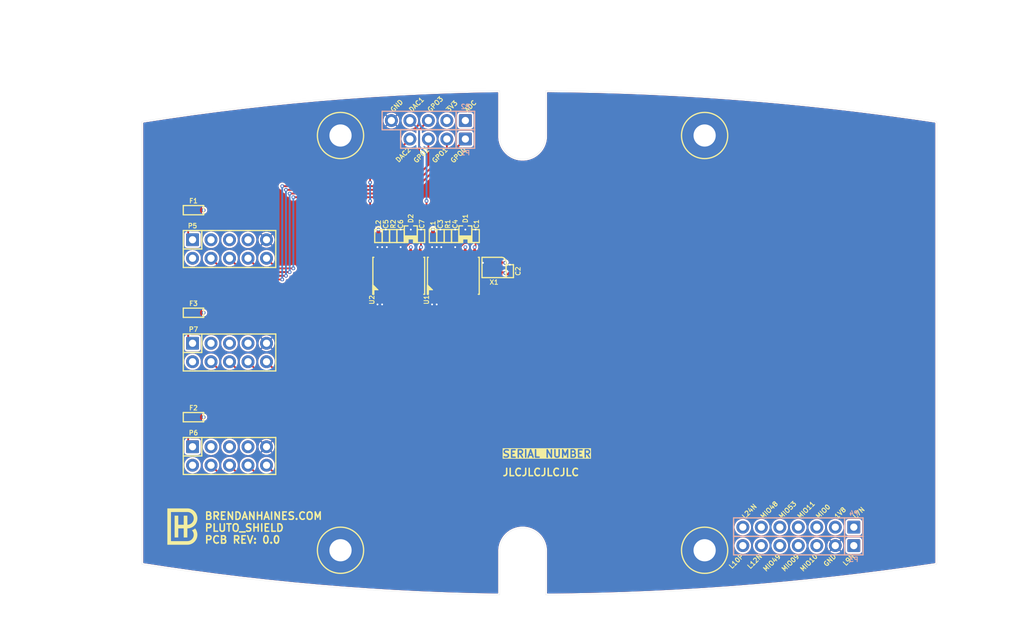
<source format=kicad_pcb>
(kicad_pcb
	(version 20240108)
	(generator "pcbnew")
	(generator_version "8.0")
	(general
		(thickness 1.6)
		(legacy_teardrops no)
	)
	(paper "A")
	(title_block
		(title "${PROJECT_NAME}")
		(rev "${PCB_REVISION}")
		(company "BRENDANHAINES.COM")
	)
	(layers
		(0 "F.Cu" signal)
		(1 "In1.Cu" signal)
		(2 "In2.Cu" signal)
		(31 "B.Cu" signal)
		(32 "B.Adhes" user "B.Adhesive")
		(33 "F.Adhes" user "F.Adhesive")
		(34 "B.Paste" user)
		(35 "F.Paste" user)
		(36 "B.SilkS" user "B.Silkscreen")
		(37 "F.SilkS" user "F.Silkscreen")
		(38 "B.Mask" user)
		(39 "F.Mask" user)
		(40 "Dwgs.User" user "User.Drawings")
		(41 "Cmts.User" user "User.Comments")
		(42 "Eco1.User" user "User.Eco1")
		(43 "Eco2.User" user "User.Eco2")
		(44 "Edge.Cuts" user)
		(45 "Margin" user)
		(46 "B.CrtYd" user "B.Courtyard")
		(47 "F.CrtYd" user "F.Courtyard")
		(48 "B.Fab" user)
		(49 "F.Fab" user)
		(50 "User.1" user)
		(51 "User.2" user)
		(52 "User.3" user)
		(53 "User.4" user)
		(54 "User.5" user)
		(55 "User.6" user)
		(56 "User.7" user)
		(57 "User.8" user)
		(58 "User.9" user)
	)
	(setup
		(stackup
			(layer "F.SilkS"
				(type "Top Silk Screen")
				(color "White")
			)
			(layer "F.Paste"
				(type "Top Solder Paste")
			)
			(layer "F.Mask"
				(type "Top Solder Mask")
				(color "Green")
				(thickness 0.01)
			)
			(layer "F.Cu"
				(type "copper")
				(thickness 0.035)
			)
			(layer "dielectric 1"
				(type "core")
				(thickness 0.48)
				(material "FR4")
				(epsilon_r 4.5)
				(loss_tangent 0.02)
			)
			(layer "In1.Cu"
				(type "copper")
				(thickness 0.035)
			)
			(layer "dielectric 2"
				(type "prepreg")
				(thickness 0.48)
				(material "FR4")
				(epsilon_r 4.5)
				(loss_tangent 0.02)
			)
			(layer "In2.Cu"
				(type "copper")
				(thickness 0.035)
			)
			(layer "dielectric 3"
				(type "core")
				(thickness 0.48)
				(material "FR4")
				(epsilon_r 4.5)
				(loss_tangent 0.02)
			)
			(layer "B.Cu"
				(type "copper")
				(thickness 0.035)
			)
			(layer "B.Mask"
				(type "Bottom Solder Mask")
				(color "Green")
				(thickness 0.01)
			)
			(layer "B.Paste"
				(type "Bottom Solder Paste")
			)
			(layer "B.SilkS"
				(type "Bottom Silk Screen")
				(color "White")
			)
			(copper_finish "ENIG")
			(dielectric_constraints no)
		)
		(pad_to_mask_clearance 0)
		(allow_soldermask_bridges_in_footprints no)
		(grid_origin 80.01 123.19)
		(pcbplotparams
			(layerselection 0x00010fc_ffffffff)
			(plot_on_all_layers_selection 0x0000000_00000000)
			(disableapertmacros no)
			(usegerberextensions no)
			(usegerberattributes yes)
			(usegerberadvancedattributes yes)
			(creategerberjobfile yes)
			(dashed_line_dash_ratio 12.000000)
			(dashed_line_gap_ratio 3.000000)
			(svgprecision 4)
			(plotframeref no)
			(viasonmask no)
			(mode 1)
			(useauxorigin no)
			(hpglpennumber 1)
			(hpglpenspeed 20)
			(hpglpendiameter 15.000000)
			(pdf_front_fp_property_popups yes)
			(pdf_back_fp_property_popups yes)
			(dxfpolygonmode yes)
			(dxfimperialunits yes)
			(dxfusepcbnewfont yes)
			(psnegative no)
			(psa4output no)
			(plotreference yes)
			(plotvalue yes)
			(plotfptext yes)
			(plotinvisibletext no)
			(sketchpadsonfab no)
			(subtractmaskfromsilk no)
			(outputformat 1)
			(mirror no)
			(drillshape 1)
			(scaleselection 1)
			(outputdirectory "")
		)
	)
	(property "PCB_REVISION" "0.0")
	(property "PROJECT_NAME" "PLUTO_SHIELD")
	(net 0 "")
	(net 1 "GND")
	(net 2 "/GPO1")
	(net 3 "/GPO2")
	(net 4 "/DAC2")
	(net 5 "/GPO0")
	(net 6 "/ADC")
	(net 7 "/DAC1")
	(net 8 "/GPO3")
	(net 9 "VDC_3V3")
	(net 10 "/L12N")
	(net 11 "/L9N")
	(net 12 "/L10P")
	(net 13 "/MIO49")
	(net 14 "/MIO09")
	(net 15 "/MIO10")
	(net 16 "/MIO48")
	(net 17 "/MIO11")
	(net 18 "/L24N")
	(net 19 "/MIO0")
	(net 20 "/L7N")
	(net 21 "VDC_1V8")
	(net 22 "/MIO53")
	(net 23 "Net-(U1-VA)")
	(net 24 "Net-(U1-VREF)")
	(net 25 "Net-(U2-VA)")
	(net 26 "Net-(U2-VREF)")
	(net 27 "/D1_7")
	(net 28 "/D1_6")
	(net 29 "/ADC_CLK")
	(net 30 "/D1_3")
	(net 31 "/D1_5")
	(net 32 "/D1_4")
	(net 33 "/D1_2")
	(net 34 "/D1_0")
	(net 35 "/D1_1")
	(net 36 "/D2_6")
	(net 37 "/D2_1")
	(net 38 "/D2_0")
	(net 39 "/D2_2")
	(net 40 "/D2_4")
	(net 41 "/D2_5")
	(net 42 "/D2_3")
	(net 43 "/D2_7")
	(net 44 "unconnected-(P5-Pad2)")
	(net 45 "unconnected-(P6-Pad2)")
	(net 46 "unconnected-(P7-Pad2)")
	(net 47 "Net-(F2-Pad2)")
	(net 48 "unconnected-(P6-Pad3)")
	(net 49 "unconnected-(P6-Pad5)")
	(net 50 "unconnected-(P6-Pad7)")
	(net 51 "unconnected-(P7-Pad3)")
	(net 52 "unconnected-(P7-Pad5)")
	(net 53 "unconnected-(P7-Pad7)")
	(net 54 "Net-(F3-Pad2)")
	(net 55 "Net-(F1-Pad2)")
	(net 56 "unconnected-(P5-Pad3)")
	(net 57 "unconnected-(P5-Pad7)")
	(net 58 "unconnected-(P5-Pad5)")
	(footprint "common:R0603" (layer "F.Cu") (at 59.817 90.551 180))
	(footprint "common:SOP20_TI_PW0020A" (layer "F.Cu") (at 88.011 85.471 90))
	(footprint "common:PinHeader_2x05_P2.54mm_Vertical" (layer "F.Cu") (at 59.69 94.742))
	(footprint "common:MH120X230_#4" (layer "F.Cu") (at 130.0099 123.19))
	(footprint "common:SOD-323" (layer "F.Cu") (at 89.662 79.756 90))
	(footprint "common:C0402" (layer "F.Cu") (at 95.762 80.01 90))
	(footprint "common:C0402" (layer "F.Cu") (at 98.556 80.01 90))
	(footprint "common:LOGO_BH" (layer "F.Cu") (at 58.7265 122.3445))
	(footprint "common:PinHeader_2x05_P2.54mm_Vertical" (layer "F.Cu") (at 59.69 108.966))
	(footprint "common:C0402" (layer "F.Cu") (at 93.73 80.01 90))
	(footprint "common:SOD-323" (layer "F.Cu") (at 97.159 79.756 90))
	(footprint "common:C0402" (layer "F.Cu") (at 88.265 80.01 90))
	(footprint "common:R0603" (layer "F.Cu") (at 59.817 104.902 180))
	(footprint "common:C0402" (layer "F.Cu") (at 86.233 80.01 90))
	(footprint "common:OSCILLATOR_250X200" (layer "F.Cu") (at 101.092 84.328 -90))
	(footprint "common:PinHeader_2x05_P2.54mm_Vertical" (layer "F.Cu") (at 59.69 80.518))
	(footprint "common:MH120X230_#4" (layer "F.Cu") (at 130.0099 66.1924))
	(footprint "common:R0402" (layer "F.Cu") (at 87.249 80.01 -90))
	(footprint "common:R0603" (layer "F.Cu") (at 59.817 76.454 180))
	(footprint "common:MH120X230_#4" (layer "F.Cu") (at 80.01 123.19))
	(footprint "common:SOP20_TI_PW0020A" (layer "F.Cu") (at 95.504 85.471 90))
	(footprint "common:C0402" (layer "F.Cu") (at 91.059 80.01 90))
	(footprint "common:R0402" (layer "F.Cu") (at 94.746 80.01 -90))
	(footprint "common:MH120X230_#4" (layer "F.Cu") (at 80.01 66.1924))
	(footprint "common:R0402" (layer "F.Cu") (at 85.217 80.01 -90))
	(footprint "common:C0402" (layer "F.Cu") (at 103.251 84.836 90))
	(footprint "common:R0402" (layer "F.Cu") (at 92.714 80.01 -90))
	(footprint "common:PinHeader_1x07_P2.54mm_Vertical" (layer "B.Cu") (at 150.495 120.015 180))
	(footprint "common:PinHeader_1x07_P2.54mm_Vertical" (layer "B.Cu") (at 150.495 122.555 180))
	(footprint "common:PinHeader_1x04_P2.54mm_Vertical" (layer "B.Cu") (at 97.155 66.675 180))
	(footprint "common:PinHeader_1x05_P2.54mm_Vertical" (layer "B.Cu") (at 97.155 64.135 180))
	(gr_line
		(start 52.7304 64.262)
		(end 52.7304 125.1204)
		(stroke
			(width 0.0254)
			(type default)
		)
		(layer "Edge.Cuts")
		(uuid "01eeaaa2-1d96-4fbe-a7c0-eab31686fcf1")
	)
	(gr_line
		(start 101.854 123.2916)
		(end 101.854 129.3368)
		(stroke
			(width 0.0254)
			(type default)
		)
		(layer "Edge.Cuts")
		(uuid "028f1051-2530-4ab2-b4aa-4fe77a954fee")
	)
	(gr_arc
		(start 52.7304 64.262)
		(mid 77.21685 61.27593)
		(end 101.854 60.0456)
		(stroke
			(width 0.0254)
			(type default)
		)
		(layer "Edge.Cuts")
		(uuid "0539845f-d0b8-466b-a84b-778189f6f142")
	)
	(gr_arc
		(start 108.1786 60.0456)
		(mid 135.10175 61.194225)
		(end 161.8742 64.262)
		(stroke
			(width 0.0254)
			(type default)
		)
		(layer "Edge.Cuts")
		(uuid "21fa8685-cbea-48e3-ba4b-3bdab39869cb")
	)
	(gr_line
		(start 161.8742 64.262)
		(end 161.8742 125.1204)
		(stroke
			(width 0.0254)
			(type default)
		)
		(layer "Edge.Cuts")
		(uuid "2351c6a1-8a6b-4eef-bde0-6b8a961f2eae")
	)
	(gr_line
		(start 108.1786 66.294)
		(end 108.1786 60.0456)
		(stroke
			(width 0.0254)
			(type default)
		)
		(layer "Edge.Cuts")
		(uuid "35169102-ec27-4d86-9b9f-b37ae62cb9bc")
	)
	(gr_arc
		(start 101.854 123.2916)
		(mid 105.0163 120.1293)
		(end 108.1786 123.2916)
		(stroke
			(width 0.0254)
			(type default)
		)
		(layer "Edge.Cuts")
		(uuid "3c1f4706-a351-4cdf-9aba-d7bce8b90f26")
	)
	(gr_arc
		(start 101.854 129.3368)
		(mid 77.21685 128.10647)
		(end 52.7304 125.1204)
		(stroke
			(width 0.0254)
			(type default)
		)
		(layer "Edge.Cuts")
		(uuid "6a69de1c-5ddb-4080-85c6-44cb49680848")
	)
	(gr_arc
		(start 161.8742 125.1204)
		(mid 135.10175 128.188175)
		(end 108.1786 129.3368)
		(stroke
			(width 0.0254)
			(type default)
		)
		(layer "Edge.Cuts")
		(uuid "719d83d8-8deb-4654-ad43-144c8890a801")
	)
	(gr_arc
		(start 108.1786 66.294)
		(mid 105.0163 69.4563)
		(end 101.854 66.294)
		(stroke
			(width 0.0254)
			(type default)
		)
		(layer "Edge.Cuts")
		(uuid "b2207f3b-c003-409c-a3da-c269b7eb26e0")
	)
	(gr_line
		(start 108.1786 123.2916)
		(end 108.1786 129.3368)
		(stroke
			(width 0.0254)
			(type default)
		)
		(layer "Edge.Cuts")
		(uuid "d983f51f-a4c1-48ea-98a9-0aaeffa08bc2")
	)
	(gr_line
		(start 101.854 66.294)
		(end 101.854 60.0456)
		(stroke
			(width 0.0254)
			(type default)
		)
		(layer "Edge.Cuts")
		(uuid "ff1f63a4-9257-4195-87a5-270fd42b64fa")
	)
	(gr_text "JLCJLCJLCJLC"
		(at 102.1605 113.0735 0)
		(layer "F.SilkS")
		(uuid "091288de-23c4-4edc-b533-5d552fa8084b")
		(effects
			(font
				(size 1.016 1.016)
				(thickness 0.2032)
				(bold yes)
			)
			(justify left bottom)
		)
	)
	(gr_text "L7N"
		(at 150.495 118.745 45)
		(layer "F.SilkS")
		(uuid "1cdc6d0f-337c-409a-b1da-968567fe4e07")
		(effects
			(font
				(size 0.635 0.635)
				(thickness 0.127)
				(bold yes)
			)
			(justify left)
		)
	)
	(gr_text "GND"
		(at 147.955 123.825 45)
		(layer "F.SilkS")
		(uuid "1d633a11-fa35-47bf-85d6-2ca7e9618761")
		(effects
			(font
				(size 0.635 0.635)
				(thickness 0.127)
				(bold yes)
			)
			(justify right)
		)
	)
	(gr_text "MIO09"
		(at 142.875 123.825 45)
		(layer "F.SilkS")
		(uuid "1d9b0497-2944-4518-9de8-59fb3f31cd85")
		(effects
			(font
				(size 0.635 0.635)
				(thickness 0.127)
				(bold yes)
			)
			(justify right)
		)
	)
	(gr_text "GND"
		(at 86.995 62.865 45)
		(layer "F.SilkS")
		(uuid "32763687-5bbe-4fa7-a03f-9aab5b9b62f1")
		(effects
			(font
				(size 0.635 0.635)
				(thickness 0.127)
				(bold yes)
			)
			(justify left)
		)
	)
	(gr_text "MIO53"
		(at 140.335 118.745 45)
		(layer "F.SilkS")
		(uuid "40d1187b-e6b7-4189-8ff4-2c8c90803fbd")
		(effects
			(font
				(size 0.635 0.635)
				(thickness 0.127)
				(bold yes)
			)
			(justify left)
		)
	)
	(gr_text "BRENDANHAINES.COM\n${PROJECT_NAME}\nPCB REV: ${PCB_REVISION}"
		(at 61.2665 122.3445 0)
		(layer "F.SilkS")
		(uuid "437bdfe8-9461-4ec7-870c-371d6a52dc16")
		(effects
			(font
				(size 1.016 1.016)
				(thickness 0.2032)
				(bold yes)
			)
			(justify left bottom)
		)
	)
	(gr_text "GPO0"
		(at 97.155 67.945 45)
		(layer "F.SilkS")
		(uuid "4e282f1b-fe44-4e52-8424-163d35aa00b7")
		(effects
			(font
				(size 0.635 0.635)
				(thickness 0.127)
				(bold yes)
			)
			(justify right)
		)
	)
	(gr_text "1V8"
		(at 147.955 118.745 45)
		(layer "F.SilkS")
		(uuid "50d5c08f-ca70-40f2-a10f-c5bd703c6387")
		(effects
			(font
				(size 0.635 0.635)
				(thickness 0.127)
				(bold yes)
			)
			(justify left)
		)
	)
	(gr_text "L24N"
		(at 135.255 118.745 45)
		(layer "F.SilkS")
		(uuid "6be3ee54-d0db-492a-abbf-1d2a441bdebd")
		(effects
			(font
				(size 0.635 0.635)
				(thickness 0.127)
				(bold yes)
			)
			(justify left)
		)
	)
	(gr_text "SERIAL NUMBER"
		(at 102.1605 110.5335 0)
		(layer "F.SilkS" knockout)
		(uuid "6c2be5ce-85b7-4de0-9953-9a61d10d3e1f")
		(effects
			(font
				(size 1.016 1.016)
				(thickness 0.2032)
				(bold yes)
			)
			(justify left bottom)
		)
	)
	(gr_text "L9N"
		(at 150.495 123.825 45)
		(layer "F.SilkS")
		(uuid "88c70311-50ca-4c2c-81ac-eface2986662")
		(effects
			(font
				(size 0.635 0.635)
				(thickness 0.127)
				(bold yes)
			)
			(justify right)
		)
	)
	(gr_text "ADC"
		(at 97.155 62.865 45)
		(layer "F.SilkS")
		(uuid "8bb9fc9c-5e6a-4340-90b7-1c8a637bfdd1")
		(effects
			(font
				(size 0.635 0.635)
				(thickness 0.127)
				(bold yes)
			)
			(justify left)
		)
	)
	(gr_text "DAC2"
		(at 89.535 67.945 45)
		(layer "F.SilkS")
		(uuid "8dace095-4eb4-4bfe-b984-7191fb8bc0e4")
		(effects
			(font
				(size 0.635 0.635)
				(thickness 0.127)
				(bold yes)
			)
			(justify right)
		)
	)
	(gr_text "L10P"
		(at 135.255 123.825 45)
		(layer "F.SilkS")
		(uuid "8f655222-c250-4b8a-823d-e28e44254b5b")
		(effects
			(font
				(size 0.635 0.635)
				(thickness 0.127)
				(bold yes)
			)
			(justify right)
		)
	)
	(gr_text "MIO48"
		(at 137.795 118.745 45)
		(layer "F.SilkS")
		(uuid "9e241a46-25b4-4116-9c4e-ebff1490ab27")
		(effects
			(font
				(size 0.635 0.635)
				(thickness 0.127)
				(bold yes)
			)
			(justify left)
		)
	)
	(gr_text "L12N"
		(at 137.795 123.825 45)
		(layer "F.SilkS")
		(uuid "add93b29-be5f-4919-ac3a-0ba6f12c0348")
		(effects
			(font
				(size 0.635 0.635)
				(thickness 0.127)
				(bold yes)
			)
			(justify right)
		)
	)
	(gr_text "GPO3"
		(at 92.075 62.865 45)
		(layer "F.SilkS")
		(uuid "afb3f834-9b19-4667-8d39-9049800dfba3")
		(effects
			(font
				(size 0.635 0.635)
				(thickness 0.127)
				(bold yes)
			)
			(justify left)
		)
	)
	(gr_text "DAC1"
		(at 89.535 62.865 45)
		(layer "F.SilkS")
		(uuid "c622d78a-ca2a-4f82-b223-9632abefab8f")
		(effects
			(font
				(size 0.635 0.635)
				(thickness 0.127)
				(bold yes)
			)
			(justify left)
		)
	)
	(gr_text "MIO0"
		(at 145.415 118.745 45)
		(layer "F.SilkS")
		(uuid "cd7c1240-e884-4550-aa13-ce92a6c80779")
		(effects
			(font
				(size 0.635 0.635)
				(thickness 0.127)
				(bold yes)
			)
			(justify left)
		)
	)
	(gr_text "GPO1"
		(at 94.615 67.945 45)
		(layer "F.SilkS")
		(uuid "d491ca8a-7324-431a-9cd5-9fd076cc52f5")
		(effects
			(font
				(size 0.635 0.635)
				(thickness 0.127)
				(bold yes)
			)
			(justify right)
		)
	)
	(gr_text "MIO11"
		(at 142.875 118.745 45)
		(layer "F.SilkS")
		(uuid "e8325fa2-f8a3-44ca-9978-7bfeabd84427")
		(effects
			(font
				(size 0.635 0.635)
				(thickness 0.127)
				(bold yes)
			)
			(justify left)
		)
	)
	(gr_text "MIO10"
		(at 145.415 123.825 45)
		(layer "F.SilkS")
		(uuid "e833e563-2582-4392-a7d1-7ead7fb5c2d7")
		(effects
			(font
				(size 0.635 0.635)
				(thickness 0.127)
				(bold yes)
			)
			(justify right)
		)
	)
	(gr_text "3V3"
		(at 94.615 62.865 45)
		(layer "F.SilkS")
		(uuid "ec986e4d-d831-4952-bf6d-c8cd3ade1e29")
		(effects
			(font
				(size 0.635 0.635)
				(thickness 0.127)
				(bold yes)
			)
			(justify left)
		)
	)
	(gr_text "MIO49"
		(at 140.335 123.825 45)
		(layer "F.SilkS")
		(uuid "f45fb5e5-6f32-469f-9e03-1e281da8c205")
		(effects
			(font
				(size 0.635 0.635)
				(thickness 0.127)
				(bold yes)
			)
			(justify right)
		)
	)
	(gr_text "GPO2"
		(at 92.075 67.945 45)
		(layer "F.SilkS")
		(uuid "f4ef1a3c-5158-4fc3-a689-311ab536b7c7")
		(effects
			(font
				(size 0.635 0.635)
				(thickness 0.127)
				(bold yes)
			)
			(justify right)
		)
	)
	(dimension
		(type aligned)
		(layer "F.Fab")
		(uuid "01ee0b31-f02b-4470-b2f7-07b9d1207f38")
		(pts
			(xy 52.7304 64.262) (xy 161.8742 64.262)
		)
		(height -14.732)
		(gr_text "4.2970 in"
			(at 107.3023 48.387 0)
			(layer "F.Fab")
			(uuid "01ee0b31-f02b-4470-b2f7-07b9d1207f38")
			(effects
				(font
					(size 1.016 1.016)
					(thickness 0.127)
				)
			)
		)
		(format
			(prefix "")
			(suffix "")
			(units 3)
			(units_format 1)
			(precision 4)
		)
		(style
			(thickness 0.127)
			(arrow_length 1.27)
			(text_position_mode 0)
			(extension_height 0.58642)
			(extension_offset 6.35) keep_text_aligned)
	)
	(dimension
		(type aligned)
		(layer "F.Fab")
		(uuid "0517aec2-45e6-4cc3-9803-feed6af5a135")
		(pts
			(xy 109.347 59.8356) (xy 109.347 129.1268)
		)
		(height 69.977)
		(gr_text "2.7280 in"
			(at 38.227 94.4812 90)
			(layer "F.Fab")
			(uuid "0517aec2-45e6-4cc3-9803-feed6af5a135")
			(effects
				(font
					(size 1.016 1.016)
					(thickness 0.127)
				)
			)
		)
		(format
			(prefix "")
			(suffix "")
			(units 3)
			(units_format 1)
			(precision 4)
		)
		(style
			(thickness 0.127)
			(arrow_length 1.27)
			(text_position_mode 0)
			(extension_height 0.58642)
			(extension_offset 17.78) keep_text_aligned)
	)
	(dimension
		(type aligned)
		(layer "F.Fab")
		(uuid "226b6488-45b6-49fa-998f-108bc8a2286a")
		(pts
			(xy 52.7304 64.262) (xy 52.7304 125.1204)
		)
		(height 9.6774)
		(gr_text "2.3960 in"
			(at 41.91 94.6912 90)
			(layer "F.Fab")
			(uuid "226b6488-45b6-49fa-998f-108bc8a2286a")
			(effects
				(font
					(size 1.016 1.016)
					(thickness 0.127)
				)
			)
		)
		(format
			(prefix "")
			(suffix "")
			(units 3)
			(units_format 1)
			(precision 4)
		)
		(style
			(thickness 0.127)
			(arrow_length 1.27)
			(text_position_mode 0)
			(extension_height 0.58642)
			(extension_offset 2.54) keep_text_aligned)
	)
	(dimension
		(type aligned)
		(layer "F.Fab")
		(uuid "2892fb69-bc65-401b-badd-aa520ee8b469")
		(pts
			(xy 87.503 65.9824) (xy 87.503 122.98)
		)
		(height 40.894)
		(gr_text "2.2440 in"
			(at 45.466 94.4812 90)
			(layer "F.Fab")
			(uuid "2892fb69-bc65-401b-badd-aa520ee8b469")
			(effects
				(font
					(size 1.016 1.016)
					(thickness 0.127)
				)
			)
		)
		(format
			(prefix "")
			(suffix "")
			(units 3)
			(units_format 1)
			(precision 4)
		)
		(style
			(thickness 0.127)
			(arrow_length 1.27)
			(text_position_mode 0)
			(extension_height 0.58642)
			(extension_offset 0.254) keep_text_aligned)
	)
	(dimension
		(type aligned)
		(layer "F.Fab")
		(uuid "8539e48b-c969-41b7-bbcb-ea6a69f1c375")
		(pts
			(xy 105.0163 66.294) (xy 105.0163 123.2916)
		)
		(height -65.0367)
		(gr_text "2.2440 in"
			(at 168.91 94.7928 90)
			(layer "F.Fab")
			(uuid "8539e48b-c969-41b7-bbcb-ea6a69f1c375")
			(effects
				(font
					(size 1.016 1.016)
					(thickness 0.127)
				)
			)
		)
		(format
			(prefix "")
			(suffix "")
			(units 3)
			(units_format 1)
			(precision 4)
		)
		(style
			(thickness 0.127)
			(arrow_length 1.27)
			(text_position_mode 0)
			(extension_height 0.58642)
			(extension_offset 0.254) keep_text_aligned)
	)
	(dimension
		(type aligned)
		(layer "F.Fab")
		(uuid "da0fc324-3843-4697-9d01-01ce7e2f02da")
		(pts
			(xy 80.01 66.1924) (xy 130.0099 66.1924)
		)
		(height -11.7094)
		(gr_text "1.9685 in"
			(at 105.00995 53.34 0)
			(layer "F.Fab")
			(uuid "da0fc324-3843-4697-9d01-01ce7e2f02da")
			(effects
				(font
					(size 1.016 1.016)
					(thickness 0.127)
				)
			)
		)
		(format
			(prefix "")
			(suffix "")
			(units 3)
			(units_format 1)
			(precision 4)
		)
		(style
			(thickness 0.127)
			(arrow_length 1.27)
			(text_position_mode 0)
			(extension_height 0.58642)
			(extension_offset 7.62) keep_text_aligned)
	)
	(segment
		(start 98.556 79.585)
		(end 98.556 79.125)
		(width 0.254)
		(layer "F.Cu")
		(net 1)
		(uuid "0830f0ca-838a-4658-bf5b-b4e87b6cb973")
	)
	(segment
		(start 95.829 81.605)
		(end 95.758 81.534)
		(width 0.127)
		(layer "F.Cu")
		(net 1)
		(uuid "0b1ceb3b-b0df-426e-8d0d-840736731476")
	)
	(segment
		(start 85.736 82.571)
		(end 85.736 81.545)
		(width 0.127)
		(layer "F.Cu")
		(net 1)
		(uuid "1072b699-37ac-4154-b0f5-354c871cbd67")
	)
	(segment
		(start 88.265 79.585)
		(end 88.265 79.121)
		(width 0.254)
		(layer "F.Cu")
		(net 1)
		(uuid "1bb5bab3-9bc6-402a-b8bd-cb3fe063a446")
	)
	(segment
		(start 98.556 79.125)
		(end 98.552 79.121)
		(width 0.254)
		(layer "F.Cu")
		(net 1)
		(uuid "214007b9-33c3-4905-bcf9-cdc4452784b4")
	)
	(segment
		(start 85.086 82.571)
		(end 85.086 81.538)
		(width 0.127)
		(layer "F.Cu")
		(net 1)
		(uuid "28aa7d18-3291-493d-8bdb-91aba1625d52")
	)
	(segment
		(start 86.386 81.56)
		(end 86.36 81.534)
		(width 0.127)
		(layer "F.Cu")
		(net 1)
		(uuid "370dfa10-1d6d-4f38-8fc9-bff6ea48399d")
	)
	(segment
		(start 99.608 83.653)
		(end 99.568 83.693)
		(width 0.254)
		(layer "F.Cu")
		(net 1)
		(uuid "3a3577a3-0eb1-4a2c-8b4e-2b05213f32ed")
	)
	(segment
		(start 85.736 89.397)
		(end 85.725 89.408)
		(width 0.127)
		(layer "F.Cu")
		(net 1)
		(uuid "3b605353-a822-4c5c-979b-86e1c66897b7")
	)
	(segment
		(start 95.829 82.571)
		(end 95.829 81.605)
		(width 0.127)
		(layer "F.Cu")
		(net 1)
		(uuid "42443723-7b83-4412-9075-410646a532d3")
	)
	(segment
		(start 92.579 81.538)
		(end 92.583 81.534)
		(width 0.127)
		(layer "F.Cu")
		(net 1)
		(uuid "464b2b07-2f71-4e84-b97e-1b112a69e6ca")
	)
	(segment
		(start 85.086 88.371)
		(end 85.086 89.404)
		(width 0.127)
		(layer "F.Cu")
		(net 1)
		(uuid "48ac1c6d-207a-4dac-95ad-f316aefe8c95")
	)
	(segment
		(start 92.579 88.371)
		(end 92.579 89.404)
		(width 0.127)
		(layer "F.Cu")
		(net 1)
		(uuid "50b730e2-6f76-4545-8d36-0ab72fb0ffe8")
	)
	(segment
		(start 86.386 82.571)
		(end 86.386 81.56)
		(width 0.127)
		(layer "F.Cu")
		(net 1)
		(uuid "525e0171-e8ce-4c2d-aeb7-e660626310bf")
	)
	(segment
		(start 97.159 79.117)
		(end 97.155 79.121)
		(width 0.254)
		(layer "F.Cu")
		(net 1)
		(uuid "52985b5f-f5b2-4d79-b7aa-ec7f961cee40")
	)
	(segment
		(start 93.879 82.571)
		(end 93.879 81.56)
		(width 0.127)
		(layer "F.Cu")
		(net 1)
		(uuid "5cbabf97-f0a5-41b9-93e9-a174f3dca322")
	)
	(segment
		(start 85.736 81.545)
		(end 85.725 81.534)
		(width 0.127)
		(layer "F.Cu")
		(net 1)
		(uuid "5ee55142-5887-4ad4-a4c9-fd366db4e6a1")
	)
	(segment
		(start 91.059 79.585)
		(end 91.059 79.121)
		(width 0.254)
		(layer "F.Cu")
		(net 1)
		(uuid "63c0f405-584e-4d1b-b0b9-8afe68f89c0a")
	)
	(segment
		(start 88.336 82.571)
		(end 88.336 81.604991)
		(width 0.127)
		(layer "F.Cu")
		(net 1)
		(uuid "688ca362-25e4-4423-ac29-02663def9004")
	)
	(segment
		(start 89.662 78.701)
		(end 89.662 79.121)
		(width 0.254)
		(layer "F.Cu")
		(net 1)
		(uuid "71b42f38-1f64-4027-b7f8-cb66e5dd88a9")
	)
	(segment
		(start 93.73 79.585)
		(end 93.73 79.125)
		(width 0.254)
		(layer "F.Cu")
		(net 1)
		(uuid "868398b8-0d1a-47fc-82f8-34e20b366548")
	)
	(segment
		(start 97.159 78.701)
		(end 97.159 79.117)
		(width 0.254)
		(layer "F.Cu")
		(net 1)
		(uuid "944f1f42-8d1d-45c4-9913-9d64d64956fb")
	)
	(segment
		(start 93.879 81.56)
		(end 93.853 81.534)
		(width 0.127)
		(layer "F.Cu")
		(net 1)
		(uuid "9a3e1982-b867-41f7-b6c7-f4026dd9401f")
	)
	(segment
		(start 86.233 79.585)
		(end 86.233 79.121)
		(width 0.254)
		(layer "F.Cu")
		(net 1)
		(uuid "a24a9ca4-977e-43f8-b4ba-972314389691")
	)
	(segment
		(start 85.736 88.371)
		(end 85.736 89.397)
		(width 0.127)
		(layer "F.Cu")
		(net 1)
		(uuid "adc82979-0383-471a-b57c-8333ed783ba1")
	)
	(segment
		(start 93.73 79.125)
		(end 93.726 79.121)
		(width 0.254)
		(layer "F.Cu")
		(net 1)
		(uuid "b113f5e7-62dd-4a85-8445-81f53f4a0ab5")
	)
	(segment
		(start 93.229 81.545)
		(end 93.218 81.534)
		(width 0.127)
		(layer "F.Cu")
		(net 1)
		(uuid "b9e14420-a812-4599-a92b-be68e5dad5a9")
	)
	(segment
		(start 95.762 79.125)
		(end 95.758 79.121)
		(width 0.254)
		(layer "F.Cu")
		(net 1)
		(uuid "bcc92ec6-6ff1-4b05-ae96-d8712938a395")
	)
	(segment
		(start 100.267 83.653)
		(end 99.608 83.653)
		(width 0.254)
		(layer "F.Cu")
		(net 1)
		(uuid "d97dbed9-f5a7-48ce-bdb1-c566381b1f7a")
	)
	(segment
		(start 92.579 89.404)
		(end 92.583 89.408)
		(width 0.127)
		(layer "F.Cu")
		(net 1)
		(uuid "db6a0eb3-d59c-4328-9c10-5818bed89630")
	)
	(segment
		(start 92.579 82.571)
		(end 92.579 81.538)
		(width 0.127)
		(layer "F.Cu")
		(net 1)
		(uuid "e6dd0b86-14b2-46b9-b01b-7f85f6b75028")
	)
	(segment
		(start 88.336 81.604991)
		(end 88.265009 81.534)
		(width 0.127)
		(layer "F.Cu")
		(net 1)
		(uuid "e9b009a1-d12a-49fb-b8be-b6172717e033")
	)
	(segment
		(start 85.086 81.538)
		(end 85.09 81.534)
		(width 0.127)
		(layer "F.Cu")
		(net 1)
		(uuid "ec880121-227e-4693-9a42-a04a0a538f7b")
	)
	(segment
		(start 85.086 89.404)
		(end 85.09 89.408)
		(width 0.127)
		(layer "F.Cu")
		(net 1)
		(uuid "efa9b13e-2b03-4eba-8d66-5c25b5db9134")
	)
	(segment
		(start 93.229 89.397)
		(end 93.218 89.408)
		(width 0.127)
		(layer "F.Cu")
		(net 1)
		(uuid "f01ff3a1-cbbd-4fac-bfad-5ea1191ce0f7")
	)
	(segment
		(start 93.229 82.571)
		(end 93.229 81.545)
		(width 0.127)
		(layer "F.Cu")
		(net 1)
		(uuid "f112905a-4d42-4712-8d79-5de9ae00412f")
	)
	(segment
		(start 93.229 88.371)
		(end 93.229 89.397)
		(width 0.127)
		(layer "F.Cu")
		(net 1)
		(uuid "f973b6e9-8283-489c-8480-c7b78dfe1490")
	)
	(segment
		(start 95.762 79.585)
		(end 95.762 79.125)
		(width 0.254)
		(layer "F.Cu")
		(net 1)
		(uuid "fbea7439-2d57-43cb-aafa-df11af3b1203")
	)
	(via
		(at 86.36 81.534)
		(size 0.508)
		(drill 0.254)
		(layers "F.Cu" "B.Cu")
		(net 1)
		(uuid "10aff4e0-7e80-4a18-aa96-0d42099a9fcb")
	)
	(via
		(at 93.726 79.121)
		(size 0.508)
		(drill 0.254)
		(layers "F.Cu" "B.Cu")
		(net 1)
		(uuid "11f8e328-c40f-4828-ba8e-51b1344d20b0")
	)
	(via
		(at 92.583 81.534)
		(size 0.508)
		(drill 0.254)
		(layers "F.Cu" "B.Cu")
		(net 1)
		(uuid "1a9bf0e0-07ea-40c1-a322-b9a5220157eb")
	)
	(via
		(at 95.758 81.534)
		(size 0.508)
		(drill 0.254)
		(layers "F.Cu" "B.Cu")
		(net 1)
		(uuid "2992e6b0-9573-41f6-a060-3d21cf09459f")
	)
	(via
		(at 85.725 81.534)
		(size 0.508)
		(drill 0.254)
		(layers "F.Cu" "B.Cu")
		(net 1)
		(uuid "33aed843-9a0c-4209-802b-452a4349337f")
	)
	(via
		(at 97.155 79.121)
		(size 0.508)
		(drill 0.254)
		(layers "F.Cu" "B.Cu")
		(net 1)
		(uuid "38ca8d43-236e-454d-af85-aae2e49aec02")
	)
	(via
		(at 85.09 81.534)
		(size 0.508)
		(drill 0.254)
		(layers "F.Cu" "B.Cu")
		(net 1)
		(uuid "406ebe85-c078-400c-8abc-c1f186465db4")
	)
	(via
		(at 93.853 81.534)
		(size 0.508)
		(drill 0.254)
		(layers "F.Cu" "B.Cu")
		(net 1)
		(uuid "5d812e5f-3a05-407c-a96b-07ce7c4973fc")
	)
	(via
		(at 85.725 89.408)
		(size 0.508)
		(drill 0.254)
		(layers "F.Cu" "B.Cu")
		(net 1)
		(uuid "6bec33e9-93e0-40b8-ad66-ed9eeb91df8f")
	)
	(via
		(at 92.583 89.408)
		(size 0.508)
		(drill 0.254)
		(layers "F.Cu" "B.Cu")
		(net 1)
		(uuid "706d9c16-6611-4a65-8a59-b94543c59489")
	)
	(via
		(at 88.265 79.121)
		(size 0.508)
		(drill 0.254)
		(layers "F.Cu" "B.Cu")
		(net 1)
		(uuid "7c4d33d1-2fd8-4599-b2b3-4112adc7c7b4")
	)
	(via
		(at 89.662 79.121)
		(size 0.508)
		(drill 0.254)
		(layers "F.Cu" "B.Cu")
		(net 1)
		(uuid "840f2970-41d5-49c2-a1f1-87faef9a3712")
	)
	(via
		(at 103.251 83.947)
		(size 0.508)
		(drill 0.254)
		(layers "F.Cu" "B.Cu")
		(net 1)
		(uuid "92534b10-f15f-4238-a526-9b3b1434684d")
	)
	(via
		(at 88.265009 81.534)
		(size 0.508)
		(drill 0.254)
		(layers "F.Cu" "B.Cu")
		(net 1)
		(uuid "a46891d4-a00b-4960-a0ac-362722b0fb02")
	)
	(via
		(at 85.09 89.408)
		(size 0.508)
		(drill 0.254)
		(layers "F.Cu" "B.Cu")
		(net 1)
		(uuid "a74a0162-11c9-4f8b-a0c8-a8b035e33f93")
	)
	(via
		(at 95.758 79.121)
		(size 0.508)
		(drill 0.254)
		(layers "F.Cu" "B.Cu")
		(net 1)
		(uuid "a9f447e5-4eea-401d-918f-6fd9c1d85205")
	)
	(via
		(at 86.233 79.121)
		(size 0.508)
		(drill 0.254)
		(layers "F.Cu" "B.Cu")
		(net 1)
		(uuid "b4b95495-a66b-49a3-a554-3bf08723dfdc")
	)
	(via
		(at 93.218 89.408)
		(size 0.508)
		(drill 0.254)
		(layers "F.Cu" "B.Cu")
		(net 1)
		(uuid "b693b968-dbdd-4c08-8ff7-8e6c7b8c7ba0")
	)
	(via
		(at 99.568 83.693)
		(size 0.508)
		(drill 0.254)
		(layers "F.Cu" "B.Cu")
		(net 1)
		(uuid "c222bd7a-9daa-41d0-8552-68f73e229d8e")
	)
	(via
		(at 98.552 79.121)
		(size 0.508)
		(drill 0.254)
		(layers "F.Cu" "B.Cu")
		(net 1)
		(uuid "cc667938-bb97-4466-822f-636245786098")
	)
	(via
		(at 93.218 81.534)
		(size 0.508)
		(drill 0.254)
		(layers "F.Cu" "B.Cu")
		(net 1)
		(uuid "e26d6191-e07e-417e-a26c-29fc2a16105f")
	)
	(via
		(at 91.059 79.121)
		(size 0.508)
		(drill 0.254)
		(layers "F.Cu" "B.Cu")
		(net 1)
		(uuid "e9b9f02c-c20c-4760-8cb2-3626ab4ce185")
	)
	(segment
		(start 69.215 84.963)
		(end 67.31 83.058)
		(width 0.254)
		(layer "F.Cu")
		(net 2)
		(uuid "385d49ab-818e-4d93-8f45-727929c9a08a")
	)
	(segment
		(start 94.615 66.675)
		(end 94.615 68.453)
		(width 0.254)
		(layer "F.Cu")
		(net 2)
		(uuid "538c601e-7ce3-47ce-a3c8-df9ca2e6cab9")
	)
	(segment
		(start 83.185 74.168)
		(end 73.025 74.168)
		(width 0.254)
		(layer "F.Cu")
		(net 2)
		(uuid "59f12ca9-efd8-4675-8750-b2cdca023923")
	)
	(segment
		(start 94.615 68.453)
		(end 88.9 74.168)
		(width 0.254)
		(layer "F.Cu")
		(net 2)
		(uuid "635baa02-0056-465c-b6f5-6488210f8521")
	)
	(segment
		(start 73.025 84.963)
		(end 69.215 84.963)
		(width 0.254)
		(layer "F.Cu")
		(net 2)
		(uuid "73fdf537-8e07-426d-b613-d62f1d7252b8")
	)
	(segment
		(start 88.9 74.168)
		(end 83.185 74.168)
		(width 0.254)
		(layer "F.Cu")
		(net 2)
		(uuid "b9c0993b-397f-4b47-bb4b-a2e90ff56fa2")
	)
	(via
		(at 73.025 84.963)
		(size 0.508)
		(drill 0.254)
		(layers "F.Cu" "B.Cu")
		(net 2)
		(uuid "56a78404-b229-471a-8085-94a5b42b73d2")
	)
	(via
		(at 73.025 74.168)
		(size 0.508)
		(drill 0.254)
		(layers "F.Cu" "B.Cu")
		(net 2)
		(uuid "65fb56ac-9c38-4e02-8e74-15ac1c013397")
	)
	(segment
		(start 73.025 74.168)
		(end 73.025 84.963)
		(width 0.254)
		(layer "B.Cu")
		(net 2)
		(uuid "08ea5459-14ef-4c56-96df-bbfbc4b4176c")
	)
	(segment
		(start 83.185 73.66)
		(end 72.517 73.66)
		(width 0.254)
		(layer "F.Cu")
		(net 3)
		(uuid "18a7b504-1f79-4deb-adfa-0acba6741840")
	)
	(segment
		(start 92.075 66.675)
		(end 92.075 70.231)
		(width 0.254)
		(layer "F.Cu")
		(net 3)
		(uuid "2a1d0d9b-6c99-40ea-8ab0-5adfee72f2d8")
	)
	(segment
		(start 72.517 85.471)
		(end 67.183 85.471)
		(width 0.254)
		(layer "F.Cu")
		(net 3)
		(uuid "4ad833d0-42f0-4e0b-9ca2-c5d0e2fe7217")
	)
	(segment
		(start 67.183 85.471)
		(end 64.77 83.058)
		(width 0.254)
		(layer "F.Cu")
		(net 3)
		(uuid "bff3d30d-1c6d-4fac-9479-ff47e49858b4")
	)
	(segment
		(start 92.075 70.231)
		(end 88.646 73.66)
		(width 0.254)
		(layer "F.Cu")
		(net 3)
		(uuid "c5f47ad8-315b-4c54-8d65-382819450138")
	)
	(segment
		(start 88.646 73.66)
		(end 83.185 73.66)
		(width 0.254)
		(layer "F.Cu")
		(net 3)
		(uuid "caec03b0-0d76-4dc1-b74a-5bd957b23a24")
	)
	(via
		(at 72.517 73.66)
		(size 0.508)
		(drill 0.254)
		(layers "F.Cu" "B.Cu")
		(net 3)
		(uuid "9509a270-2894-4799-a8cc-4fb4628df4f3")
	)
	(via
		(at 72.517 85.471)
		(size 0.508)
		(drill 0.254)
		(layers "F.Cu" "B.Cu")
		(net 3)
		(uuid "bc472cf4-27e7-4c0e-84ce-60683f436d9b")
	)
	(segment
		(start 72.517 73.66)
		(end 72.517 85.471)
		(width 0.254)
		(layer "B.Cu")
		(net 3)
		(uuid "865a447d-a88b-4f3a-8ab2-0b69cfe49f80")
	)
	(segment
		(start 84.074 72.644)
		(end 84.074 72.136)
		(width 0.254)
		(layer "F.Cu")
		(net 4)
		(uuid "5775f7c4-821d-42a6-94da-e77a8b6e3e06")
	)
	(segment
		(start 84.074 72.136)
		(end 89.535 66.675)
		(width 0.254)
		(layer "F.Cu")
		(net 4)
		(uuid "5b047aa0-d9ef-44b2-9238-740d1734a290")
	)
	(segment
		(start 86.536999 83.82)
		(end 87.036 83.320999)
		(width 0.254)
		(layer "F.Cu")
		(net 4)
		(uuid "5e1dc8bf-6666-46e5-9e4d-6bf57a3be773")
	)
	(segment
		(start 84.836 83.82)
		(end 86.536999 83.82)
		(width 0.254)
		(layer "F.Cu")
		(net 4)
		(uuid "aa47b55f-c2ff-4415-8bf6-b5927a7c367e")
	)
	(segment
		(start 87.036 83.320999)
		(end 87.036 82.571)
		(width 0.254)
		(layer "F.Cu")
		(net 4)
		(uuid "bbb6aef5-2d12-463c-a815-b1ad0fb05cbb")
	)
	(segment
		(start 84.074 75.184)
		(end 84.074 83.058)
		(width 0.254)
		(layer "F.Cu")
		(net 4)
		(uuid "d4b43068-bb13-44f0-a28c-1243654b7880")
	)
	(segment
		(start 84.074 83.058)
		(end 84.836 83.82)
		(width 0.254)
		(layer "F.Cu")
		(net 4)
		(uuid "f9524306-ed64-499f-b07f-a08fec855d14")
	)
	(via
		(at 84.074 75.184)
		(size 0.508)
		(drill 0.254)
		(layers "F.Cu" "B.Cu")
		(net 4)
		(uuid "001f413d-a746-4bed-82f1-3ddba923540c")
	)
	(via
		(at 84.074 72.644)
		(size 0.508)
		(drill 0.254)
		(layers "F.Cu" "B.Cu")
		(net 4)
		(uuid "7c84b90d-e164-41be-b0bc-859c964c65f8")
	)
	(segment
		(start 84.074 72.644)
		(end 84.074 75.184)
		(width 0.254)
		(layer "B.Cu")
		(net 4)
		(uuid "334832ae-ad75-4924-be7c-af715811a756")
	)
	(segment
		(start 71.247 84.455)
		(end 69.85 83.058)
		(width 0.254)
		(layer "F.Cu")
		(net 5)
		(uuid "1603b2a7-9764-4286-b97e-10519de6ec3e")
	)
	(segment
		(start 73.533 84.455)
		(end 71.247 84.455)
		(width 0.254)
		(layer "F.Cu")
		(net 5)
		(uuid "16da0322-9d2c-47a9-9096-dc9d2712300c")
	)
	(segment
		(start 89.154 74.676)
		(end 82.55 74.676)
		(width 0.254)
		(layer "F.Cu")
		(net 5)
		(uuid "70856529-1c0b-46f4-b2e6-3565a9320857")
	)
	(segment
		(start 97.155 66.675)
		(end 89.154 74.676)
		(width 0.254)
		(layer "F.Cu")
		(net 5)
		(uuid "c7eaff75-ed63-4d8c-9aca-296e856ca1d8")
	)
	(segment
		(start 82.55 74.676)
		(end 73.533 74.676)
		(width 0.254)
		(layer "F.Cu")
		(net 5)
		(uuid "f3ae4103-b341-4319-8c6d-686b51f5b76c")
	)
	(via
		(at 73.533 84.455)
		(size 0.508)
		(drill 0.254)
		(layers "F.Cu" "B.Cu")
		(net 5)
		(uuid "0ef3e2c2-11a0-43ff-bdae-e4862b18cca9")
	)
	(via
		(at 73.533 74.676)
		(size 0.508)
		(drill 0.254)
		(layers "F.Cu" "B.Cu")
		(net 5)
		(uuid "14e26230-7f4f-4697-8e9b-69676f433e2f")
	)
	(segment
		(start 73.533 74.676)
		(end 73.533 84.455)
		(width 0.254)
		(layer "B.Cu")
		(net 5)
		(uuid "e10f330c-bf87-45ae-99b4-7305dea4e44c")
	)
	(segment
		(start 91.821 83.084426)
		(end 91.821 78.74)
		(width 0.254)
		(layer "F.Cu")
		(net 7)
		(uuid "131231c0-f485-4af3-99a2-a0050b40e189")
	)
	(segment
		(start 94.529 82.571)
		(end 94.529 83.320999)
		(width 0.254)
		(layer "F.Cu")
		(net 7)
		(uuid "2ce3b494-2793-4b46-93f2-72af6ef150d1")
	)
	(segment
		(start 92.556574 83.82)
		(end 91.821 83.084426)
		(width 0.254)
		(layer "F.Cu")
		(net 7)
		(uuid "401f7ba1-11e6-48cd-9e62-ed741026dfac")
	)
	(segment
		(start 94.529 83.320999)
		(end 94.029999 83.82)
		(width 0.254)
		(layer "F.Cu")
		(net 7)
		(uuid "64933db0-19cd-45e4-8991-0e3fa067116e")
	)
	(segment
		(start 94.029999 83.82)
		(end 92.556574 83.82)
		(width 0.254)
		(layer "F.Cu")
		(net 7)
		(uuid "80e126fb-d758-4edc-8a38-36958e40b887")
	)
	(segment
		(start 91.821 78.74)
		(end 91.821 75.184)
		(width 0.254)
		(layer "F.Cu")
		(net 7)
		(uuid "9ad0fdfe-f813-4103-8e6a-54a81bdb92d0")
	)
	(via
		(at 91.821 75.184)
		(size 0.508)
		(drill 0.254)
		(layers "F.Cu" "B.Cu")
		(net 7)
		(uuid "14360518-5532-420b-b93e-fd3d09ec15a3")
	)
	(segment
		(start 90.805 65.405)
		(end 89.535 64.135)
		(width 0.254)
		(layer "B.Cu")
		(net 7)
		(uuid "1106049c-06bc-4963-961a-ae537bccc8bf")
	)
	(segment
		(start 91.821 68.707)
		(end 90.805 67.691)
		(width 0.254)
		(layer "B.Cu")
		(net 7)
		(uuid "29ea50ae-e7c6-4e51-9255-b87efb5eb2a0")
	)
	(segment
		(start 90.805 67.691)
		(end 90.805 65.405)
		(width 0.254)
		(layer "B.Cu")
		(net 7)
		(uuid "2f582e8e-6469-4ae0-9fb7-21478b141476")
	)
	(segment
		(start 91.821 75.184)
		(end 91.821 68.707)
		(width 0.254)
		(layer "B.Cu")
		(net 7)
		(uuid "88f9b523-ac79-4984-a9c8-a5c3335c8ea2")
	)
	(segment
		(start 72.009 85.979)
		(end 65.151 85.979)
		(width 0.254)
		(layer "F.Cu")
		(net 8)
		(uuid "09fc8683-36e6-4add-bc5e-11a557325b51")
	)
	(segment
		(start 90.805 65.405)
		(end 90.805 70.739)
		(width 0.254)
		(layer "F.Cu")
		(net 8)
		(uuid "13c019f4-1a0c-42b3-b3d9-fb21ee795997")
	)
	(segment
		(start 92.075 64.135)
		(end 90.805 65.405)
		(width 0.254)
		(layer "F.Cu")
		(net 8)
		(uuid "30b94c82-5e26-4c6f-98ea-dd0ee3079fa0")
	)
	(segment
		(start 88.392 73.152)
		(end 72.009 73.152)
		(width 0.254)
		(layer "F.Cu")
		(net 8)
		(uuid "4377e036-1d89-46d0-a706-e6637df07f3a")
	)
	(segment
		(start 90.805 70.739)
		(end 88.392 73.152)
		(width 0.254)
		(layer "F.Cu")
		(net 8)
		(uuid "9370977b-d2e6-4820-858a-1d038ee94415")
	)
	(segment
		(start 65.151 85.979)
		(end 62.23 83.058)
		(width 0.254)
		(layer "F.Cu")
		(net 8)
		(uuid "a14c09b7-b700-4157-8d61-837231ead9ae")
	)
	(via
		(at 72.009 85.979)
		(size 0.508)
		(drill 0.254)
		(layers "F.Cu" "B.Cu")
		(net 8)
		(uuid "dbdf7b99-3192-425c-a2e2-785022ed4e04")
	)
	(via
		(at 72.009 73.152)
		(size 0.508)
		(drill 0.254)
		(layers "F.Cu" "B.Cu")
		(net 8)
		(uuid "e9a4b19d-01f6-497a-8637-8525ac355319")
	)
	(segment
		(start 72.009 73.152)
		(end 72.009 85.979)
		(width 0.254)
		(layer "B.Cu")
		(net 8)
		(uuid "abf404b3-cbde-424b-8356-f4b076bec486")
	)
	(segment
		(start 98.556 81.403)
		(end 98.425 81.534)
		(width 0.254)
		(layer "F.Cu")
		(net 9)
		(uuid "01c29394-eef8-47c8-bb9b-7aac9e31e210")
	)
	(segment
		(start 97.129 82.571)
		(end 97.129 81.56)
		(width 0.254)
		(layer "F.Cu")
		(net 9)
		(uuid "1d4e717b-054b-4ee6-8d82-c42ffd07ba51")
	)
	(segment
		(start 101.917 85.003)
		(end 102.529 85.003)
		(width 0.254)
		(layer "F.Cu")
		(net 9)
		(uuid "1f69f0b0-511e-4adb-b613-f156346e2982")
	)
	(segment
		(start 98.429 82.571)
		(end 98.429 81.538)
		(width 0.254)
		(layer "F.Cu")
		(net 9)
		(uuid "4d72bc38-58e1-413d-9d56-fcbce195d02c")
	)
	(segment
		(start 89.636 82.571)
		(end 89.636 81.56)
		(width 0.254)
		(layer "F.Cu")
		(net 9)
		(uuid "4ed6bac3-760b-42ff-a8e3-9cc57d164bab")
	)
	(segment
		(start 97.129 81.56)
		(end 97.155 81.534)
		(width 0.254)
		(layer "F.Cu")
		(net 9)
		(uuid "53c9c31a-4216-4497-94ec-a0d6673e3e28")
	)
	(segment
		(start 92.714 79.125)
		(end 92.71 79.121)
		(width 0.254)
		(layer "F.Cu")
		(net 9)
		(uuid "566207ef-dfb6-4734-bea4-0ee1be0d43e3")
	)
	(segment
		(start 92.714 79.585)
		(end 92.714 79.125)
		(width 0.254)
		(layer "F.Cu")
		(net 9)
		(uuid "5b11c39f-cc7f-4e26-a9ad-8bf9b5deb8b2")
	)
	(segment
		(start 98.429 81.538)
		(end 98.425 81.534)
		(width 0.254)
		(layer "F.Cu")
		(net 9)
		(uuid "7cb95385-089c-461b-802e-6e0987f77284")
	)
	(segment
		(start 103.251 85.261)
		(end 102.787 85.261)
		(width 0.254)
		(layer "F.Cu")
		(net 9)
		(uuid "874b8b38-beca-45cd-a3f9-9635272720cc")
	)
	(segment
		(start 90.936 81.657)
		(end 91.059 81.534)
		(width 0.254)
		(layer "F.Cu")
		(net 9)
		(uuid "8a928950-3692-4d39-8835-66bc00f94e06")
	)
	(segment
		(start 102.576 83.653)
		(end 102.616 83.693)
		(width 0.254)
		(layer "F.Cu")
		(net 9)
		(uuid "8f3d0416-4330-46c1-a89b-607c9bae4e70")
	)
	(segment
		(start 101.917 83.653)
		(end 102.576 83.653)
		(width 0.254)
		(layer "F.Cu")
		(net 9)
		(uuid "97224c53-ed4f-4a93-8a1a-057b8f57847b")
	)
	(segment
		(start 89.636 81.56)
		(end 89.662 81.534)
		(width 0.254)
		(layer "F.Cu")
		(net 9)
		(uuid "9b12da68-9fbf-478e-a592-24f5a523a2a2")
	)
	(segment
		(start 60.542 90.551)
		(end 61.214 90.551)
		(width 0.254)
		(layer "F.Cu")
		(net 9)
		(uuid "9b47aacf-eb10-4b75-b467-c57c0a59295b")
	)
	(segment
		(start 85.217 79.585)
		(end 85.217 79.121)
		(width 0.254)
		(layer "F.Cu")
		(net 9)
		(uuid "b489495b-8a36-4b23-bcea-c8315a648a44")
	)
	(segment
		(start 60.542 76.454)
		(end 61.214 76.454)
		(width 0.254)
		(layer "F.Cu")
		(net 9)
		(uuid "b53825e4-fe2d-47d4-a8f8-aa19680d26f3")
	)
	(segment
		(start 60.542 104.902)
		(end 61.214 104.902)
		(width 0.254)
		(layer "F.Cu")
		(net 9)
		(uuid "d13c2dd7-f21a-48d9-ac27-2bf61e4ac9f8")
	)
	(segment
		(start 90.936 82.571)
		(end 90.936 81.657)
		(width 0.254)
		(layer "F.Cu")
		(net 9)
		(uuid "d5ccf815-97f3-4f60-9d3d-b62519fc647f")
	)
	(segment
		(start 98.556 80.435)
		(end 98.556 81.403)
		(width 0.254)
		(layer "F.Cu")
		(net 9)
		(uuid "ebf56477-a250-4aad-8c1d-78801bf38bf3")
	)
	(segment
		(start 102.787 85.261)
		(end 102.616 85.09)
		(width 0.254)
		(layer "F.Cu")
		(net 9)
		(uuid "fa7021f6-5c6c-414a-a579-ac6177a8b73d")
	)
	(segment
		(start 91.059 80.689)
		(end 91.059 81.534)
		(width 0.254)
		(layer "F.Cu")
		(net 9)
		(uuid "fdfcdff9-9b1d-4a27-bbbf-33e47ac50903")
	)
	(segment
		(start 102.529 85.003)
		(end 102.616 85.09)
		(width 0.254)
		(layer "F.Cu")
		(net 9)
		(uuid "fecaf8e5-292d-4209-b02f-80c1144fd08f")
	)
	(via
		(at 61.214 90.551)
		(size 0.508)
		(drill 0.254)
		(layers "F.Cu" "B.Cu")
		(net 9)
		(uuid "6a3d32ab-14b2-4d1f-963c-d998c64f5109")
	)
	(via
		(at 91.059 81.534)
		(size 0.508)
		(drill 0.254)
		(layers "F.Cu" "B.Cu")
		(net 9)
		(uuid "6e0fd7c9-cd55-4803-b9e1-c076bf07c3d5")
	)
	(via
		(at 61.214 76.454)
		(size 0.508)
		(drill 0.254)
		(layers "F.Cu" "B.Cu")
		(net 9)
		(uuid "83508dc1-979a-4a85-b8e2-0800bc05ba01")
	)
	(via
		(at 85.217 79.121)
		(size 0.508)
		(drill 0.254)
		(layers "F.Cu" "B.Cu")
		(net 9)
		(uuid "8ba9fb40-072b-4f18-9f23-202c1c151fc5")
	)
	(via
		(at 102.616 83.693)
		(size 0.508)
		(drill 0.254)
		(layers "F.Cu" "B.Cu")
		(net 9)
		(uuid "8ccf7b1a-1393-4126-8998-e799758f1419")
	)
	(via
		(at 98.425 81.534)
		(size 0.508)
		(drill 0.254)
		(layers "F.Cu" "B.Cu")
		(net 9)
		(uuid "9c4463d4-ec83-4306-ac1f-0eb3a6bfb924")
	)
	(via
		(at 92.71 79.121)
		(size 0.508)
		(drill 0.254)
		(layers "F.Cu" "B.Cu")
		(net 9)
		(uuid "aa6dcbdc-4c0e-4a41-8bcc-b5724e0168d3")
	)
	(via
		(at 89.662 81.534)
		(size 0.508)
		(drill 0.254)
		(layers "F.Cu" "B.Cu")
		(net 9)
		(uuid "adc009a5-524c-4153-b6ca-970caea4cc39")
	)
	(via
		(at 102.616 85.09)
		(size 0.508)
		(drill 0.254)
		(layers "F.Cu" "B.Cu")
		(net 9)
		(uuid "cb641feb-b03c-4074-b2fe-446af90fb82f")
	)
	(via
		(at 97.155 81.534)
		(size 0.508)
		(drill 0.254)
		(layers "F.Cu" "B.Cu")
		(net 9)
		(uuid "f37bf8ad-93ca-44e5-ba05-0cb7b22b2dd4")
	)
	(via
		(at 61.214 104.902)
		(size 0.508)
		(drill 0.254)
		(layers "F.Cu" "B.Cu")
		(net 9)
		(uuid "fcace244-5d5b-411f-b960-7a70ac300508")
	)
	(segment
		(start 94.705 80.989)
		(end 94.284 80.989)
		(width 0.254)
		(layer "F.Cu")
		(net 23)
		(uuid "04191a21-62a6-47d6-bb3e-992a9578fdba")
	)
	(segment
		(start 94.692484 79.585)
		(end 93.842484 80.435)
		(width 0.254)
		(layer "F.Cu")
		(net 23)
		(uuid "0fb58d49-8c2c-431f-a7f5-e7df478974b8")
	)
	(segment
		(start 94.746 79.585)
		(end 94.692484 79.585)
		(width 0.254)
		(layer "F.Cu")
		(net 23)
		(uuid "2facaf2f-9bb8-41aa-af2e-469e8478ee79")
	)
	(segment
		(start 95.179 81.463)
		(end 94.705 80.989)
		(width 0.254)
		(layer "F.Cu")
		(net 23)
		(uuid "66e36d9b-d7e3-4005-b93e-d5658f66e659")
	)
	(segment
		(start 92.714 80.435)
		(end 93.73 80.435)
		(width 0.254)
		(layer "F.Cu")
		(net 23)
		(uuid "7389be33-3101-4102-bdf4-7417fc8f9c35")
	)
	(segment
		(start 95.179 82.571)
		(end 95.179 81.463)
		(width 0.254)
		(layer "F.Cu")
		(net 23)
		(uuid "73d89fde-1118-432a-b5e3-119ac618f0e4")
	)
	(segment
		(start 93.842484 80.435)
		(end 93.73 80.435)
		(width 0.254)
		(layer "F.Cu")
		(net 23)
		(uuid "b2102a77-bd16-4b2c-aa32-3b0097da51e2")
	)
	(segment
		(start 94.284 80.989)
		(end 93.73 80.435)
		(width 0.254)
		(layer "F.Cu")
		(net 23)
		(uuid "f17ba861-cb71-4f56-8c77-16d1e6b5f311")
	)
	(segment
		(start 96.783 80.435)
		(end 97.159 80.811)
		(width 0.254)
		(layer "F.Cu")
		(net 24)
		(uuid "317f73d3-e71b-432e-9572-023d5664845c")
	)
	(segment
		(start 96.479 81.491)
		(end 97.159 80.811)
		(width 0.254)
		(layer "F.Cu")
		(net 24)
		(uuid "8da1f2cf-37fd-4820-9f02-0cee52ab6c9e")
	)
	(segment
		(start 94.746 80.435)
		(end 96.783 80.435)
		(width 0.254)
		(layer "F.Cu")
		(net 24)
		(uuid "c1a95aea-286f-4f9b-a229-7c3a62c7f972")
	)
	(segment
		(start 96.479 82.571)
		(end 96.479 81.491)
		(width 0.254)
		(layer "F.Cu")
		(net 24)
		(uuid "d1ca97a1-774a-46bf-8702-90a94c4eb471")
	)
	(segment
		(start 85.217 80.435)
		(end 86.233 80.435)
		(width 0.254)
		(layer "F.Cu")
		(net 25)
		(uuid "13b026b0-85b3-48dd-a371-5c6645753b10")
	)
	(segment
		(start 87
... [489938 chars truncated]
</source>
